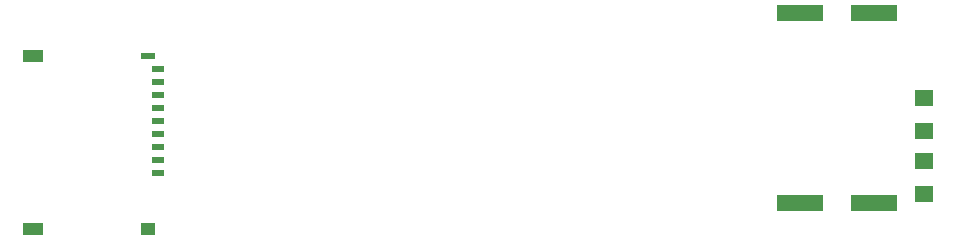
<source format=gbr>
G04 DipTrace 3.3.1.3*
G04 TopPaste.gbr*
%MOIN*%
G04 #@! TF.FileFunction,Paste,Top*
G04 #@! TF.Part,Single*
%ADD78R,0.047118X0.023496*%
%ADD80R,0.047118X0.039244*%
%ADD82R,0.07074X0.039244*%
%ADD84R,0.043181X0.019559*%
%ADD94R,0.155386X0.054992*%
%ADD96R,0.062866X0.054992*%
%FSLAX26Y26*%
G04*
G70*
G90*
G75*
G01*
G04 TopPaste*
%LPD*%
D96*
X3453070Y2793700D3*
Y2683464D3*
Y2473700D3*
Y2583936D3*
D94*
X3038998Y3075233D3*
X3287029D3*
X3040570Y2443700D3*
X3288602D3*
D84*
X900570Y2543700D3*
Y2587007D3*
Y2630314D3*
Y2673621D3*
Y2716928D3*
Y2760235D3*
Y2803543D3*
Y2846850D3*
Y2890157D3*
D82*
X485216Y2355511D3*
D80*
X867106D3*
D78*
Y2933464D3*
D82*
X485216D3*
M02*

</source>
